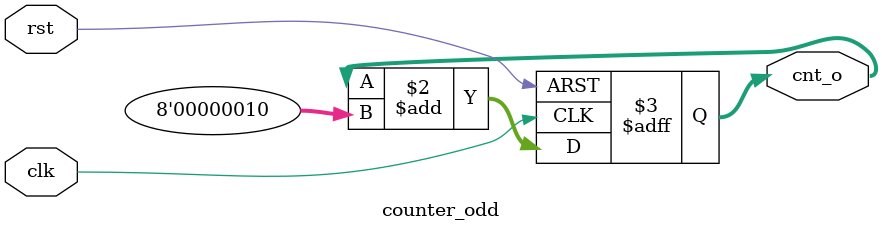
<source format=v>
module counter_odd(clk,rst,cnt_o);
    input     wire   clk;
    input     wire   rst;

    output    reg[7:0]  cnt_o;


  always@(posedge clk or posedge rst)begin
     if (rst)begin
      cnt_o <= 8'h1;
     end
    else begin
      cnt_o <= cnt_o + 8'h2;
    end

    

  end   
endmodule
</source>
